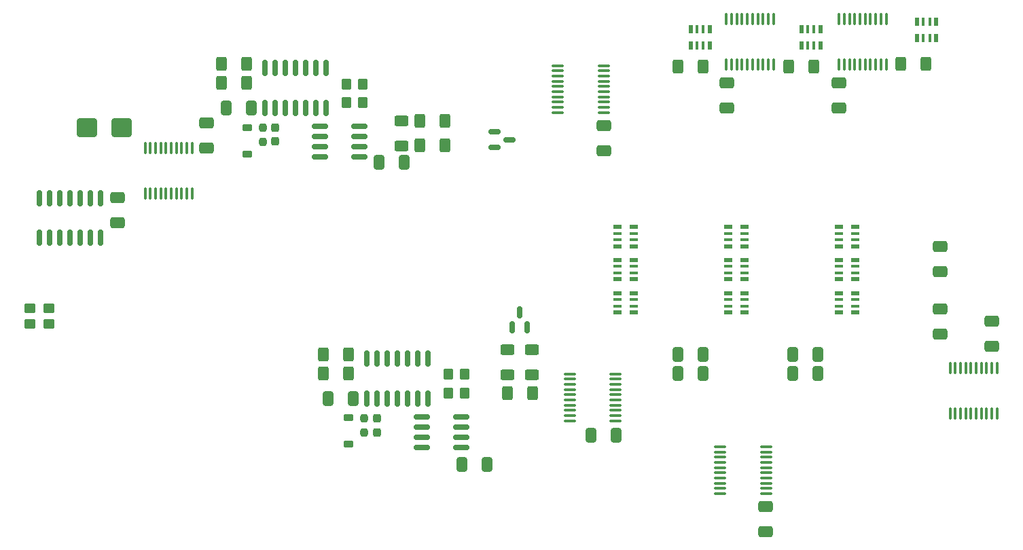
<source format=gbr>
%TF.GenerationSoftware,KiCad,Pcbnew,7.0.7*%
%TF.CreationDate,2023-11-19T22:39:33+01:00*%
%TF.ProjectId,LITEXCNC-HUB75HAT,4c495445-5843-44e4-932d-485542373548,rev?*%
%TF.SameCoordinates,Original*%
%TF.FileFunction,Paste,Bot*%
%TF.FilePolarity,Positive*%
%FSLAX46Y46*%
G04 Gerber Fmt 4.6, Leading zero omitted, Abs format (unit mm)*
G04 Created by KiCad (PCBNEW 7.0.7) date 2023-11-19 22:39:33*
%MOMM*%
%LPD*%
G01*
G04 APERTURE LIST*
G04 Aperture macros list*
%AMRoundRect*
0 Rectangle with rounded corners*
0 $1 Rounding radius*
0 $2 $3 $4 $5 $6 $7 $8 $9 X,Y pos of 4 corners*
0 Add a 4 corners polygon primitive as box body*
4,1,4,$2,$3,$4,$5,$6,$7,$8,$9,$2,$3,0*
0 Add four circle primitives for the rounded corners*
1,1,$1+$1,$2,$3*
1,1,$1+$1,$4,$5*
1,1,$1+$1,$6,$7*
1,1,$1+$1,$8,$9*
0 Add four rect primitives between the rounded corners*
20,1,$1+$1,$2,$3,$4,$5,0*
20,1,$1+$1,$4,$5,$6,$7,0*
20,1,$1+$1,$6,$7,$8,$9,0*
20,1,$1+$1,$8,$9,$2,$3,0*%
G04 Aperture macros list end*
%ADD10RoundRect,0.250000X-1.000000X-0.900000X1.000000X-0.900000X1.000000X0.900000X-1.000000X0.900000X0*%
%ADD11R,1.000000X0.500000*%
%ADD12R,1.000000X0.400000*%
%ADD13R,0.500000X1.000000*%
%ADD14R,0.400000X1.000000*%
%ADD15RoundRect,0.250000X-0.650000X0.412500X-0.650000X-0.412500X0.650000X-0.412500X0.650000X0.412500X0*%
%ADD16RoundRect,0.225000X0.375000X-0.225000X0.375000X0.225000X-0.375000X0.225000X-0.375000X-0.225000X0*%
%ADD17RoundRect,0.250000X0.625000X-0.400000X0.625000X0.400000X-0.625000X0.400000X-0.625000X-0.400000X0*%
%ADD18RoundRect,0.150000X0.150000X-0.825000X0.150000X0.825000X-0.150000X0.825000X-0.150000X-0.825000X0*%
%ADD19RoundRect,0.250000X-0.400000X-0.625000X0.400000X-0.625000X0.400000X0.625000X-0.400000X0.625000X0*%
%ADD20RoundRect,0.250000X0.412500X0.650000X-0.412500X0.650000X-0.412500X-0.650000X0.412500X-0.650000X0*%
%ADD21RoundRect,0.250000X-0.412500X-0.650000X0.412500X-0.650000X0.412500X0.650000X-0.412500X0.650000X0*%
%ADD22RoundRect,0.250000X-0.350000X-0.450000X0.350000X-0.450000X0.350000X0.450000X-0.350000X0.450000X0*%
%ADD23RoundRect,0.250000X-0.625000X0.400000X-0.625000X-0.400000X0.625000X-0.400000X0.625000X0.400000X0*%
%ADD24RoundRect,0.237500X0.237500X-0.250000X0.237500X0.250000X-0.237500X0.250000X-0.237500X-0.250000X0*%
%ADD25RoundRect,0.250000X0.650000X-0.412500X0.650000X0.412500X-0.650000X0.412500X-0.650000X-0.412500X0*%
%ADD26RoundRect,0.100000X-0.637500X-0.100000X0.637500X-0.100000X0.637500X0.100000X-0.637500X0.100000X0*%
%ADD27RoundRect,0.250000X0.400000X0.625000X-0.400000X0.625000X-0.400000X-0.625000X0.400000X-0.625000X0*%
%ADD28RoundRect,0.237500X-0.237500X0.300000X-0.237500X-0.300000X0.237500X-0.300000X0.237500X0.300000X0*%
%ADD29RoundRect,0.150000X-0.150000X0.825000X-0.150000X-0.825000X0.150000X-0.825000X0.150000X0.825000X0*%
%ADD30RoundRect,0.150000X0.150000X-0.587500X0.150000X0.587500X-0.150000X0.587500X-0.150000X-0.587500X0*%
%ADD31RoundRect,0.100000X-0.100000X0.637500X-0.100000X-0.637500X0.100000X-0.637500X0.100000X0.637500X0*%
%ADD32RoundRect,0.100000X0.100000X-0.637500X0.100000X0.637500X-0.100000X0.637500X-0.100000X-0.637500X0*%
%ADD33RoundRect,0.250000X-0.450000X0.350000X-0.450000X-0.350000X0.450000X-0.350000X0.450000X0.350000X0*%
%ADD34RoundRect,0.150000X-0.587500X-0.150000X0.587500X-0.150000X0.587500X0.150000X-0.587500X0.150000X0*%
%ADD35RoundRect,0.150000X-0.825000X-0.150000X0.825000X-0.150000X0.825000X0.150000X-0.825000X0.150000X0*%
G04 APERTURE END LIST*
D10*
%TO.C,D12*%
X27764000Y59074000D03*
X32064000Y59074000D03*
%TD*%
D11*
%TO.C,RN9*%
X95877000Y46710400D03*
D12*
X95877000Y45910400D03*
X95877000Y45110400D03*
D11*
X95877000Y44310400D03*
X93877000Y44310400D03*
D12*
X93877000Y45110400D03*
X93877000Y45910400D03*
D11*
X93877000Y46710400D03*
%TD*%
D13*
%TO.C,RN4*%
X133594000Y70316800D03*
D14*
X132794000Y70316800D03*
X131994000Y70316800D03*
D13*
X131194000Y70316800D03*
X131194000Y72316800D03*
D14*
X131994000Y72316800D03*
X132794000Y72316800D03*
D13*
X133594000Y72316800D03*
%TD*%
D15*
%TO.C,C16*%
X112328000Y11868500D03*
X112328000Y8743500D03*
%TD*%
D16*
%TO.C,D4*%
X47710400Y55824800D03*
X47710400Y59124800D03*
%TD*%
D11*
%TO.C,RN11*%
X95877000Y38480800D03*
D12*
X95877000Y37680800D03*
X95877000Y36880800D03*
D11*
X95877000Y36080800D03*
X93877000Y36080800D03*
D12*
X93877000Y36880800D03*
X93877000Y37680800D03*
D11*
X93877000Y38480800D03*
%TD*%
D17*
%TO.C,R11*%
X66912800Y56863600D03*
X66912800Y59963600D03*
%TD*%
D15*
%TO.C,C20*%
X121472000Y64700500D03*
X121472000Y61575500D03*
%TD*%
D18*
%TO.C,U7*%
X29422400Y45386400D03*
X28152400Y45386400D03*
X26882400Y45386400D03*
X25612400Y45386400D03*
X24342400Y45386400D03*
X23072400Y45386400D03*
X21802400Y45386400D03*
X21802400Y50336400D03*
X23072400Y50336400D03*
X24342400Y50336400D03*
X25612400Y50336400D03*
X26882400Y50336400D03*
X28152400Y50336400D03*
X29422400Y50336400D03*
%TD*%
D13*
%TO.C,RN12*%
X105360800Y69351600D03*
D14*
X104560800Y69351600D03*
X103760800Y69351600D03*
D13*
X102960800Y69351600D03*
X102960800Y71351600D03*
D14*
X103760800Y71351600D03*
X104560800Y71351600D03*
D13*
X105360800Y71351600D03*
%TD*%
D19*
%TO.C,R6*%
X44534800Y64712800D03*
X47634800Y64712800D03*
%TD*%
D20*
%TO.C,C13*%
X60956900Y25342800D03*
X57831900Y25342800D03*
%TD*%
D21*
%TO.C,C14*%
X74443500Y17113200D03*
X77568500Y17113200D03*
%TD*%
D11*
%TO.C,RN5*%
X109683000Y46710400D03*
D12*
X109683000Y45910400D03*
X109683000Y45110400D03*
D11*
X109683000Y44310400D03*
X107683000Y44310400D03*
D12*
X107683000Y45110400D03*
X107683000Y45910400D03*
D11*
X107683000Y46710400D03*
%TD*%
D19*
%TO.C,R16*%
X57234800Y28492400D03*
X60334800Y28492400D03*
%TD*%
D22*
%TO.C,R14*%
X72770800Y28340000D03*
X74770800Y28340000D03*
%TD*%
D19*
%TO.C,R5*%
X101417600Y66694000D03*
X104517600Y66694000D03*
%TD*%
D23*
%TO.C,R19*%
X80171600Y31414000D03*
X80171600Y28314000D03*
%TD*%
D21*
%TO.C,C6*%
X101418300Y30829200D03*
X104543300Y30829200D03*
%TD*%
D15*
%TO.C,C7*%
X31505200Y50362600D03*
X31505200Y47237600D03*
%TD*%
D24*
%TO.C,R8*%
X49691600Y57296000D03*
X49691600Y59121000D03*
%TD*%
D25*
%TO.C,C1*%
X134045000Y41128500D03*
X134045000Y44253500D03*
%TD*%
D21*
%TO.C,C3*%
X115680800Y28441600D03*
X118805800Y28441600D03*
%TD*%
D26*
%TO.C,U5*%
X86420000Y60986000D03*
X86420000Y61636000D03*
X86420000Y62286000D03*
X86420000Y62936000D03*
X86420000Y63586000D03*
X86420000Y64236000D03*
X86420000Y64886000D03*
X86420000Y65536000D03*
X86420000Y66186000D03*
X86420000Y66836000D03*
X92145000Y66836000D03*
X92145000Y66186000D03*
X92145000Y65536000D03*
X92145000Y64886000D03*
X92145000Y64236000D03*
X92145000Y63586000D03*
X92145000Y62936000D03*
X92145000Y62286000D03*
X92145000Y61636000D03*
X92145000Y60986000D03*
%TD*%
D11*
%TO.C,RN10*%
X95877000Y42595600D03*
D12*
X95877000Y41795600D03*
X95877000Y40995600D03*
D11*
X95877000Y40195600D03*
X93877000Y40195600D03*
D12*
X93877000Y40995600D03*
X93877000Y41795600D03*
D11*
X93877000Y42595600D03*
%TD*%
D13*
%TO.C,RN8*%
X119166800Y69351600D03*
D14*
X118366800Y69351600D03*
X117566800Y69351600D03*
D13*
X116766800Y69351600D03*
X116766800Y71351600D03*
D14*
X117566800Y71351600D03*
X118366800Y71351600D03*
D13*
X119166800Y71351600D03*
%TD*%
D27*
%TO.C,R10*%
X72323600Y59937600D03*
X69223600Y59937600D03*
%TD*%
%TO.C,R21*%
X83245600Y26003200D03*
X80145600Y26003200D03*
%TD*%
D19*
%TO.C,R18*%
X57234800Y30829200D03*
X60334800Y30829200D03*
%TD*%
D28*
%TO.C,C15*%
X63864800Y22853600D03*
X63864800Y21128600D03*
%TD*%
D21*
%TO.C,C12*%
X64131100Y54756000D03*
X67256100Y54756000D03*
%TD*%
D29*
%TO.C,U9*%
X49945600Y66527400D03*
X51215600Y66527400D03*
X52485600Y66527400D03*
X53755600Y66527400D03*
X55025600Y66527400D03*
X56295600Y66527400D03*
X57565600Y66527400D03*
X57565600Y61577400D03*
X56295600Y61577400D03*
X55025600Y61577400D03*
X53755600Y61577400D03*
X52485600Y61577400D03*
X51215600Y61577400D03*
X49945600Y61577400D03*
%TD*%
D15*
%TO.C,C19*%
X107502000Y64700500D03*
X107502000Y61575500D03*
%TD*%
D22*
%TO.C,R13*%
X60070800Y62223600D03*
X62070800Y62223600D03*
%TD*%
D25*
%TO.C,C2*%
X134082000Y33381500D03*
X134082000Y36506500D03*
%TD*%
D29*
%TO.C,U11*%
X62645600Y30307000D03*
X63915600Y30307000D03*
X65185600Y30307000D03*
X66455600Y30307000D03*
X67725600Y30307000D03*
X68995600Y30307000D03*
X70265600Y30307000D03*
X70265600Y25357000D03*
X68995600Y25357000D03*
X67725600Y25357000D03*
X66455600Y25357000D03*
X65185600Y25357000D03*
X63915600Y25357000D03*
X62645600Y25357000D03*
%TD*%
D24*
%TO.C,R17*%
X62290000Y21079400D03*
X62290000Y22904400D03*
%TD*%
D11*
%TO.C,RN1*%
X123488000Y46710400D03*
D12*
X123488000Y45910400D03*
X123488000Y45110400D03*
D11*
X123488000Y44310400D03*
X121488000Y44310400D03*
D12*
X121488000Y45110400D03*
X121488000Y45910400D03*
D11*
X121488000Y46710400D03*
%TD*%
D16*
%TO.C,D10*%
X60308800Y19628800D03*
X60308800Y22928800D03*
%TD*%
D30*
%TO.C,D11*%
X82630400Y34209700D03*
X80730400Y34209700D03*
X81680400Y36084700D03*
%TD*%
D26*
%TO.C,U6*%
X87893200Y22559200D03*
X87893200Y23209200D03*
X87893200Y23859200D03*
X87893200Y24509200D03*
X87893200Y25159200D03*
X87893200Y25809200D03*
X87893200Y26459200D03*
X87893200Y27109200D03*
X87893200Y27759200D03*
X87893200Y28409200D03*
X93618200Y28409200D03*
X93618200Y27759200D03*
X93618200Y27109200D03*
X93618200Y26459200D03*
X93618200Y25809200D03*
X93618200Y25159200D03*
X93618200Y24509200D03*
X93618200Y23859200D03*
X93618200Y23209200D03*
X93618200Y22559200D03*
%TD*%
%TO.C,U4*%
X106671500Y13477000D03*
X106671500Y14127000D03*
X106671500Y14777000D03*
X106671500Y15427000D03*
X106671500Y16077000D03*
X106671500Y16727000D03*
X106671500Y17377000D03*
X106671500Y18027000D03*
X106671500Y18677000D03*
X106671500Y19327000D03*
X112396500Y19327000D03*
X112396500Y18677000D03*
X112396500Y18027000D03*
X112396500Y17377000D03*
X112396500Y16727000D03*
X112396500Y16077000D03*
X112396500Y15427000D03*
X112396500Y14777000D03*
X112396500Y14127000D03*
X112396500Y13477000D03*
%TD*%
D22*
%TO.C,R12*%
X60070800Y64560400D03*
X62070800Y64560400D03*
%TD*%
D19*
%TO.C,R7*%
X44534800Y67049600D03*
X47634800Y67049600D03*
%TD*%
D15*
%TO.C,C9*%
X92135000Y59366500D03*
X92135000Y56241500D03*
%TD*%
D31*
%TO.C,U3*%
X107442000Y72673000D03*
X108092000Y72673000D03*
X108742000Y72673000D03*
X109392000Y72673000D03*
X110042000Y72673000D03*
X110692000Y72673000D03*
X111342000Y72673000D03*
X111992000Y72673000D03*
X112642000Y72673000D03*
X113292000Y72673000D03*
X113292000Y66948000D03*
X112642000Y66948000D03*
X111992000Y66948000D03*
X111342000Y66948000D03*
X110692000Y66948000D03*
X110042000Y66948000D03*
X109392000Y66948000D03*
X108742000Y66948000D03*
X108092000Y66948000D03*
X107442000Y66948000D03*
%TD*%
%TO.C,U2*%
X121494000Y72673000D03*
X122144000Y72673000D03*
X122794000Y72673000D03*
X123444000Y72673000D03*
X124094000Y72673000D03*
X124744000Y72673000D03*
X125394000Y72673000D03*
X126044000Y72673000D03*
X126694000Y72673000D03*
X127344000Y72673000D03*
X127344000Y66948000D03*
X126694000Y66948000D03*
X126044000Y66948000D03*
X125394000Y66948000D03*
X124744000Y66948000D03*
X124094000Y66948000D03*
X123444000Y66948000D03*
X122794000Y66948000D03*
X122144000Y66948000D03*
X121494000Y66948000D03*
%TD*%
D25*
%TO.C,C18*%
X42630400Y56546300D03*
X42630400Y59671300D03*
%TD*%
D32*
%TO.C,U1*%
X141161000Y23445500D03*
X140511000Y23445500D03*
X139861000Y23445500D03*
X139211000Y23445500D03*
X138561000Y23445500D03*
X137911000Y23445500D03*
X137261000Y23445500D03*
X136611000Y23445500D03*
X135961000Y23445500D03*
X135311000Y23445500D03*
X135311000Y29170500D03*
X135961000Y29170500D03*
X136611000Y29170500D03*
X137261000Y29170500D03*
X137911000Y29170500D03*
X138561000Y29170500D03*
X139211000Y29170500D03*
X139861000Y29170500D03*
X140511000Y29170500D03*
X141161000Y29170500D03*
%TD*%
D33*
%TO.C,R2*%
X23021600Y36604400D03*
X23021600Y34604400D03*
%TD*%
D11*
%TO.C,RN6*%
X109683000Y42595600D03*
D12*
X109683000Y41795600D03*
X109683000Y40995600D03*
D11*
X109683000Y40195600D03*
X107683000Y40195600D03*
D12*
X107683000Y40995600D03*
X107683000Y41795600D03*
D11*
X107683000Y42595600D03*
%TD*%
%TO.C,RN2*%
X123488000Y42595600D03*
D12*
X123488000Y41795600D03*
X123488000Y40995600D03*
D11*
X123488000Y40195600D03*
X121488000Y40195600D03*
D12*
X121488000Y40995600D03*
X121488000Y41795600D03*
D11*
X121488000Y42595600D03*
%TD*%
D20*
%TO.C,C17*%
X93672100Y20770800D03*
X90547100Y20770800D03*
%TD*%
D11*
%TO.C,RN7*%
X109683000Y38480800D03*
D12*
X109683000Y37680800D03*
X109683000Y36880800D03*
D11*
X109683000Y36080800D03*
X107683000Y36080800D03*
D12*
X107683000Y36880800D03*
X107683000Y37680800D03*
D11*
X107683000Y38480800D03*
%TD*%
D22*
%TO.C,R15*%
X72770800Y26003200D03*
X74770800Y26003200D03*
%TD*%
D19*
%TO.C,R3*%
X129167600Y67049600D03*
X132267600Y67049600D03*
%TD*%
D11*
%TO.C,RN3*%
X123488000Y38480800D03*
D12*
X123488000Y37680800D03*
X123488000Y36880800D03*
D11*
X123488000Y36080800D03*
X121488000Y36080800D03*
D12*
X121488000Y36880800D03*
X121488000Y37680800D03*
D11*
X121488000Y38480800D03*
%TD*%
D33*
%TO.C,R1*%
X20634000Y36604400D03*
X20634000Y34604400D03*
%TD*%
D34*
%TO.C,D5*%
X78499800Y56661600D03*
X78499800Y58561600D03*
X80374800Y57611600D03*
%TD*%
D21*
%TO.C,C5*%
X101418300Y28441600D03*
X104543300Y28441600D03*
%TD*%
%TO.C,C4*%
X115693100Y30829200D03*
X118818100Y30829200D03*
%TD*%
D28*
%TO.C,C10*%
X51215600Y59124800D03*
X51215600Y57399800D03*
%TD*%
D25*
%TO.C,C21*%
X140522000Y31857500D03*
X140522000Y34982500D03*
%TD*%
D19*
%TO.C,R9*%
X69223600Y56889600D03*
X72323600Y56889600D03*
%TD*%
%TO.C,R4*%
X115223600Y66694000D03*
X118323600Y66694000D03*
%TD*%
D17*
%TO.C,R20*%
X83219600Y28314000D03*
X83219600Y31414000D03*
%TD*%
D35*
%TO.C,U12*%
X69452800Y19246800D03*
X69452800Y20516800D03*
X69452800Y21786800D03*
X69452800Y23056800D03*
X74402800Y23056800D03*
X74402800Y21786800D03*
X74402800Y20516800D03*
X74402800Y19246800D03*
%TD*%
D32*
%TO.C,U8*%
X40831000Y50877500D03*
X40181000Y50877500D03*
X39531000Y50877500D03*
X38881000Y50877500D03*
X38231000Y50877500D03*
X37581000Y50877500D03*
X36931000Y50877500D03*
X36281000Y50877500D03*
X35631000Y50877500D03*
X34981000Y50877500D03*
X34981000Y56602500D03*
X35631000Y56602500D03*
X36281000Y56602500D03*
X36931000Y56602500D03*
X37581000Y56602500D03*
X38231000Y56602500D03*
X38881000Y56602500D03*
X39531000Y56602500D03*
X40181000Y56602500D03*
X40831000Y56602500D03*
%TD*%
D20*
%TO.C,C11*%
X48256900Y61563200D03*
X45131900Y61563200D03*
%TD*%
D35*
%TO.C,U10*%
X56752800Y55467200D03*
X56752800Y56737200D03*
X56752800Y58007200D03*
X56752800Y59277200D03*
X61702800Y59277200D03*
X61702800Y58007200D03*
X61702800Y56737200D03*
X61702800Y55467200D03*
%TD*%
M02*

</source>
